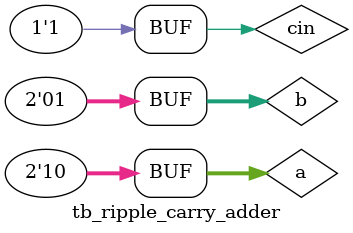
<source format=v>

module tb_ripple_carry_adder;
reg [1:0] a; // Define all I/O ports
reg [1:0] b;
reg cin;
wire [1:0] sum;
wire c_out;
// Map all th I/O ports with DUT
ripple_carry_adder uut (.a(a), .b(b), .cin(cin), .sum(sum), .c_out(c_out));

initial begin // Initialize the pins with different combination of inputs .
    a=2'b00 ; b=2'b00; cin =1'b0; # 100;
    a =2'b01; b=2'b11; cin =1'b0; # 100;
    a =2'b11; b=2'b11; cin =1'b1; # 100;
    a =2'b10; b=2'b01; cin =1'b1; # 100;
end // End of initial block

endmodule

</source>
